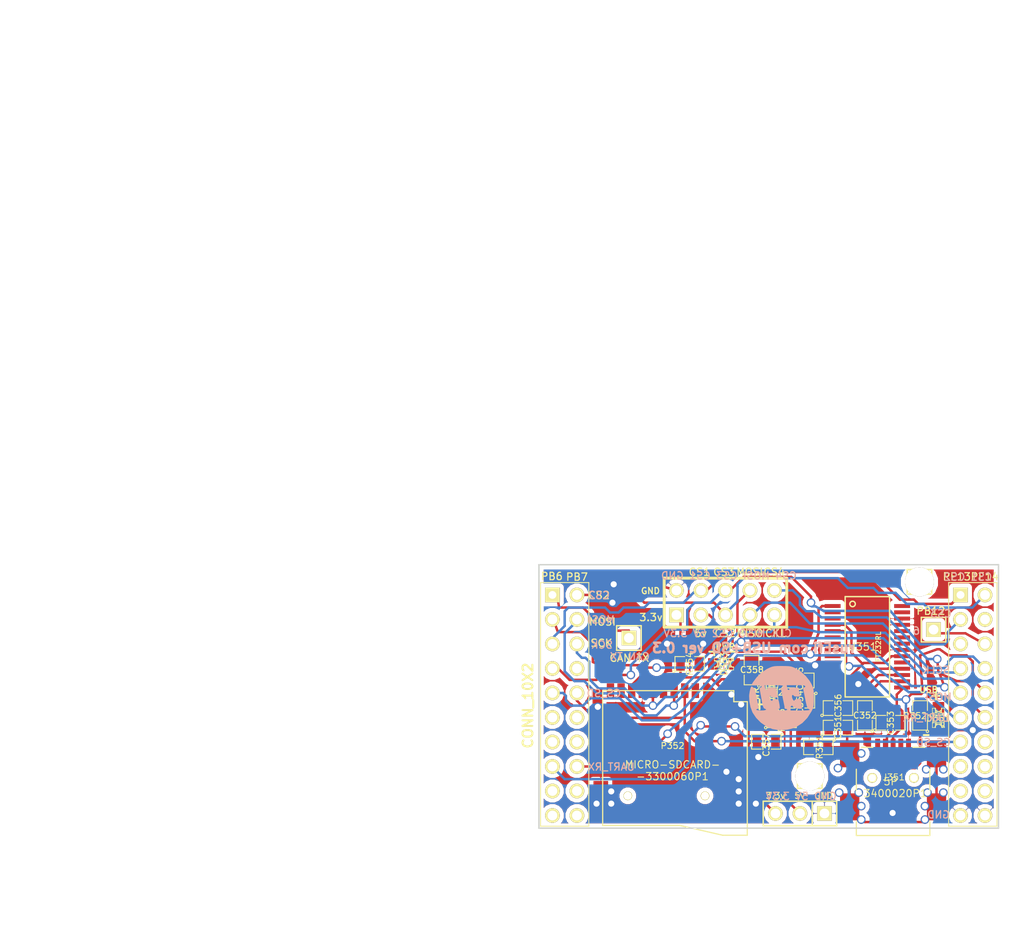
<source format=kicad_pcb>
(kicad_pcb (version 20221018) (generator pcbnew)
  (title_block (comment 2 "Art_Electro") (comment 3 "Art_Electro") (comment 4 "Art_Electro"))
  (layers (0 "F.Cu" signal) (31 "B.Cu" signal) (34 "B.Paste" user) (35 "F.Paste" user) (36 "B.SilkS" user) (37 "F.SilkS" user) (38 "B.Mask" user) (39 "F.Mask" user) (44 "Edge.Cuts" user))
  (net 0 "")
  (net 1 "/3.3V")
  (net 2 "/5V")
  (net 3 "/CAN_TX")
  (net 4 "/CS1")
  (net 5 "/CS2")
  (net 6 "/CS3")
  (net 7 "/CS4")
  (net 8 "/CS_SD_MODULE")
  (net 9 "/D+")
  (net 10 "/D-")
  (net 11 "/SPI_MISO")
  (net 12 "/SPI_MOSI")
  (net 13 "/SPI_SCK")
  (net 14 "/USART_RX")
  (net 15 "/USART_TX")
  (net 16 "GND")
  (net 17 "N-0000013")
  (net 18 "N-0000014")
  (net 19 "N-0000015")
  (net 20 "N-0000016")
  (net 21 "N-0000017")
  (net 22 "N-0000018")
  (net 23 "N-0000019")
  (net 24 "N-0000020")
  (net 25 "N-0000021")
  (net 26 "N-0000022")
  (net 27 "N-0000024")
  (net 28 "N-0000026")
  (net 29 "N-0000029")
  (net 30 "N-0000030")
  (net 31 "N-0000031")
  (net 32 "N-0000032")
  (net 33 "N-0000033")
  (net 34 "N-0000034")
  (net 35 "N-0000035")
  (net 36 "N-0000036")
  (net 37 "N-0000037")
  (net 38 "N-0000038")
  (net 39 "N-0000039")
  (net 40 "N-0000040")
  (net 41 "N-0000041")
  (net 42 "N-0000042")
  (net 43 "N-0000043")
  (net 44 "N-0000044")
  (net 45 "N-0000045")
  (net 46 "N-0000046")
  (net 47 "N-0000047")
  (net 48 "N-0000048")
  (net 49 "N-0000049")
  (net 50 "N-0000050")
  (net 51 "N-0000051")
  (net 52 "N-0000052")
  (net 53 "N-0000053")
  (net 54 "N-0000054")
  (net 55 "N-0000055")
  (net 56 "N-0000056")
  (net 57 "N-0000057")
  (net 58 "N-0000058")
  (net 59 "N-0000059")
  (footprint "SM0805" (layer "F.Cu") (at 207.391 168.656)
    (fp_text reference "C351")
    (fp_text value "4700pF" hide)
  )
  (footprint "SM0805" (layer "F.Cu") (at 210.185 167.386 90)
    (fp_text reference "C352")
    (fp_text value "47pF" hide)
  )
  (footprint "SM0805" (layer "F.Cu") (at 212.852 168.148)
    (fp_text reference "C353")
    (fp_text value "47pF" hide)
  )
  (footprint "SM0805" (layer "F.Cu") (at 203.454 165.862 180)
    (fp_text reference "C354")
    (fp_text value "4.7uF" hide)
  )
  (footprint "SM0805" (layer "F.Cu") (at 203.3905 163.7665)
    (fp_text reference "C355")
    (fp_text value ".1uF" hide)
  )
  (footprint "SM0805" (layer "F.Cu") (at 205.359 170.688 180)
    (fp_text reference "R351")
    (fp_text value "1M" hide)
  )
  (footprint "SM0805" (layer "F.Cu") (at 215.9 167.386 90)
    (fp_text reference "R352")
    (fp_text value "1k" hide)
  )
  (footprint "SM0805" (layer "F.Cu") (at 201.549 167.894)
    (fp_text reference "R353")
    (fp_text value "1k" hide)
  )
  (footprint "ssop-28" (layer "F.Cu") (at 210.439 160.274 -90)
    (fp_text reference "U351")
    (fp_text value "FT232RL")
  )
  (footprint "SM0805" (layer "F.Cu") (at 192.024 162.052)
    (fp_text reference "R354")
    (fp_text value "1k" hide)
  )
  (footprint "PIN_ARRAY_3_A" (layer "F.Cu") (at 203.454 177.546 180)
    (fp_text reference "K351" hide)
    (fp_text value "CONN_3" hide)
  )
  (footprint "PIN_ARRAY_1" (layer "F.Cu") (at 217.297 158.496)
    (fp_text reference "P355" hide)
    (fp_text value "CONN_1" hide)
  )
  (footprint "SM0805" (layer "F.Cu") (at 207.391 166.624)
    (fp_text reference "C356")
    (fp_text value ".1uF" hide)
  )
  (footprint "SM0805" (layer "F.Cu") (at 199.9615 170.1165 180)
    (fp_text reference "C357")
    (fp_text value ".1uF" hide)
  )
  (footprint "SM0805" (layer "F.Cu") (at 198.4375 162.687 90)
    (fp_text reference "C358")
    (fp_text value "4.7uF" hide)
  )
  (footprint "PIN_ARRAY_1" (layer "F.Cu") (at 185.7248 159.3596)
    (fp_text reference "P356" hide)
    (fp_text value "CONN_1" hide)
  )
  (footprint "PIN_ARRAY_1" (layer "F.Cu") (at 204.47 173.6725)
    (fp_text reference "M351" hide)
    (fp_text value "CONN_1" hide)
  )
  (footprint "PIN_ARRAY_1" (layer "F.Cu") (at 215.8365 153.543)
    (fp_text reference "M352" hide)
    (fp_text value "CONN_1" hide)
  )
  (footprint "LED-0805_A" (layer "F.Cu") (at 217.805 167.64 -90)
    (fp_text reference "D351")
    (fp_text value "GREEN" hide)
  )
  (footprint "LED-0805_A" (layer "F.Cu") (at 200.533 164.973 90)
    (fp_text reference "D352")
    (fp_text value "RED" hide)
  )
  (footprint "LED-0805_A" (layer "F.Cu") (at 195.58 162.052)
    (fp_text reference "D353")
    (fp_text value "RED" hide)
  )
  (footprint "PIN_ARRAY_5x2_M" (layer "F.Cu") (at 195.7324 155.702)
    (fp_text reference "P351" hide)
    (fp_text value "CONN_5X2" hide)
  )
  (footprint "PIN_ARRAY_10X2_M" (layer "F.Cu") (at 179.07 166.37 -90)
    (fp_text reference "P353" hide)
    (fp_text value "CONN_10X2")
  )
  (footprint "PIN_ARRAY_10X2_M" (layer "F.Cu") (at 221.361 166.37 -90)
    (fp_text reference "P354" hide)
    (fp_text value "CONN_10X2" hide)
  )
  (footprint "MINI-USB-5P-3400020P1" (layer "F.Cu") (at 213.106 175.26)
    (fp_text reference "J351")
    (fp_text value "MINI-USB-5P-3400020P1" hide)
  )
  (footprint "MICRO-SDCARD-CONNECTOR-3300060P1" (layer "F.Cu") (at 190.5 172.3136 -90)
    (fp_text reference "P352")
    (fp_text value "MICRO-SDCARD-CONNECTOR-3300060P1" hide)
  )
  (footprint "LOGO_F" (layer "B.Cu") (at 201.549 165.608)
    (fp_text reference "G305" hide)
    (fp_text value "LOGO" hide)
  )
  (gr_line (start 217.17 165.354) (end 217.932 165.354) (stroke (width 0.2)) (layer "F.SilkS"))
  (gr_line (start 196.215 160.782) (end 196.977 160.782) (stroke (width 0.2)) (layer "F.SilkS"))
  (gr_line (start 194.945 160.782) (end 195.072 160.782) (stroke (width 0.2)) (layer "F.SilkS"))
  (gr_line (start 217.551 165.735) (end 217.551 164.973) (stroke (width 0.2)) (layer "F.SilkS"))
  (gr_line (start 194.564 161.163) (end 194.564 160.274) (stroke (width 0.2)) (layer "F.SilkS"))
  (gr_line (start 194.056 160.782) (end 194.945 160.782) (stroke (width 0.2)) (layer "F.SilkS"))
  (gr_line (start 199.263 165.735) (end 199.263 166.751) (stroke (width 0.2)) (layer "F.SilkS"))
  (gr_line (start 200.152 162.814) (end 200.787 162.814) (stroke (width 0.2)) (layer "F.SilkS"))
  (gr_line (start 198.882 166.243) (end 199.644 166.243) (stroke (width 0.2)) (layer "F.SilkS"))
  (gr_line (start 216.789 169.418) (end 216.281 169.418) (stroke (width 0.2)) (layer "F.SilkS"))
  (gr_line (start 176.403 151.765) (end 176.403 179.07) (stroke (width 0.15)) (layer "Edge.Cuts"))
  (gr_line (start 176.403 179.07) (end 224.028 179.07) (stroke (width 0.15)) (layer "Edge.Cuts"))
  (gr_line (start 224.028 179.07) (end 224.028 151.765) (stroke (width 0.15)) (layer "Edge.Cuts"))
  (gr_line (start 224.028 151.765) (end 176.403 151.765) (stroke (width 0.15)) (layer "Edge.Cuts"))
  (gr_text "UART_RX" (at 216.535 167.64) (layer "B.SilkS") (effects (font (size 0.762 0.762) (thickness 0.127)) (justify mirror)))
  (gr_text "MOSI" (at 217.805 165.481) (layer "B.SilkS") (effects (font (size 0.762 0.762) (thickness 0.127)) (justify mirror)))
  (gr_text "CS2" (at 182.626 154.94) (layer "B.SilkS") (effects (font (size 0.762 0.762) (thickness 0.127)) (justify mirror)))
  (gr_text "GND" (at 217.805 177.673) (layer "B.SilkS") (effects (font (size 0.762 0.762) (thickness 0.127)) (justify mirror)))
  (gr_text "rusEfi.com USB+SD ver 0.3" (at 198.628 160.401) (layer "B.SilkS") (effects (font (size 1 1) (thickness 0.25)) (justify mirror)))
  (gr_text "CS_SD" (at 217.297 170.18) (layer "B.SilkS") (effects (font (size 0.762 0.762) (thickness 0.127)) (justify mirror)))
  (gr_text "CS3" (at 218.059 156.845) (layer "B.SilkS") (effects (font (size 0.762 0.762) (thickness 0.127)) (justify mirror)))
  (gr_text "MOSI" (at 182.88 157.48) (layer "B.SilkS") (effects (font (size 0.762 0.762) (thickness 0.127)) (justify mirror)))
  (gr_text "GND 5V 3.3V" (at 203.581 175.768) (layer "B.SilkS") (effects (font (size 0.762 0.762) (thickness 0.127)) (justify mirror)))
  (gr_text "UART_RX" (at 183.896 172.72) (layer "B.SilkS") (effects (font (size 0.762 0.762) (thickness 0.127)) (justify mirror)))
  (gr_text "CLK MISO CS2 5V 3.3V" (at 195.961 158.877) (layer "B.SilkS") (effects (font (size 0.762 0.762) (thickness 0.127)) (justify mirror)))
  (gr_text "CS1 CS2" (at 220.853 153.035) (layer "B.SilkS") (effects (font (size 0.762 0.762) (thickness 0.127)) (justify mirror)))
  (gr_text "SCLK" (at 217.551 162.687) (layer "B.SilkS") (effects (font (size 0.762 0.762) (thickness 0.127)) (justify mirror)))
  (gr_text "CS4 MOSI CS3 CS1 GND" (at 196.088 152.908) (layer "B.SilkS") (effects (font (size 0.762 0.762) (thickness 0.127)) (justify mirror)))
  (gr_text "CAN TX" (at 185.8264 161.29) (layer "B.SilkS") (effects (font (size 0.762 0.762) (thickness 0.127)) (justify mirror)))
  (gr_text "CS_SD" (at 183.134 165.1) (layer "B.SilkS") (effects (font (size 0.762 0.762) (thickness 0.127)) (justify mirror)))
  (gr_text "6" (at 215.519 158.623) (layer "B.SilkS") (effects (font (size 0.762 0.762) (thickness 0.127)) (justify mirror)))
  (gr_text "SCK" (at 182.9308 160.0708) (layer "B.SilkS") (effects (font (size 0.762 0.762) (thickness 0.125095)) (justify mirror)))
  (gr_text "MICRO-SDCARD-\n-3300060P1" (at 190.246 173.101) (layer "F.SilkS") (effects (font (size 0.762 0.762) (thickness 0.1016))))
  (gr_text "3.3v" (at 188.0108 157.226) (layer "F.SilkS") (effects (font (size 0.762 0.762) (thickness 0.125095))))
  (gr_text "PB12" (at 217.0176 156.5656) (layer "F.SilkS") (effects (font (size 0.762 0.762) (thickness 0.125095))))
  (gr_text "CS4" (at 200.787 152.527) (layer "F.SilkS") (effects (font (size 0.762 0.762) (thickness 0.125095))))
  (gr_text "PB7" (at 180.34 153.035) (layer "F.SilkS") (effects (font (size 0.762 0.762) (thickness 0.125095))))
  (gr_text "PWR" (at 198.882 165.481 90) (layer "F.SilkS") (effects (font (size 0.635 0.635) (thickness 0.125095))))
  (gr_text "USB" (at 216.789 164.719) (layer "F.SilkS") (effects (font (size 0.635 0.635) (thickness 0.125095))))
  (gr_text "MOSI" (at 198.247 152.527) (layer "F.SilkS") (effects (font (size 0.762 0.762) (thickness 0.125095))))
  (gr_text "PE14" (at 222.6056 153.0096) (layer "F.SilkS") (effects (font (size 0.762 0.762) (thickness 0.125095))))
  (gr_text "GND" (at 187.96 154.4828) (layer "F.SilkS") (effects (font (size 0.635 0.635) (thickness 0.125095))))
  (gr_text "5P\n-3400020P1" (at 212.852 174.8536) (layer "F.SilkS") (effects (font (size 0.762 0.762) (thickness 0.1016))))
  (gr_text "CKL" (at 200.914 158.877) (layer "F.SilkS") (effects (font (size 0.762 0.762) (thickness 0.125095))))
  (gr_text "PE13" (at 219.71 153.0096) (layer "F.SilkS") (effects (font (size 0.762 0.762) (thickness 0.125095))))
  (gr_text "CS2" (at 182.626 154.94) (layer "F.SilkS") (effects (font (size 0.762 0.762) (thickness 0.127))))
  (gr_text "PWR" (at 195.707 160.274) (layer "F.SilkS") (effects (font (size 0.635 0.635) (thickness 0.125095))))
  (gr_text "PB6" (at 177.7365 152.9715) (layer "F.SilkS") (effects (font (size 0.762 0.762) (thickness 0.125095))))
  (gr_text "CS3" (at 195.58 152.527) (layer "F.SilkS") (effects (font (size 0.762 0.762) (thickness 0.125095))))
  (gr_text "MISO" (at 198.247 158.877) (layer "F.SilkS") (effects (font (size 0.762 0.762) (thickness 0.125095))))
  (gr_text "MOSI" (at 182.9816 157.6832) (layer "F.SilkS") (effects (font (size 0.762 0.762) (thickness 0.125095))))
  (gr_text "SCK" (at 182.88 159.893) (layer "F.SilkS") (effects (font (size 0.762 0.762) (thickness 0.127))))
  (gr_text "3.3v  5v  GND" (at 203.3905 175.7045) (layer "F.SilkS") (effects (font (size 0.635 0.635) (thickness 0.1016))))
  (gr_text "CAN TX" (at 185.7756 161.4424) (layer "F.SilkS") (effects (font (size 0.762 0.762) (thickness 0.125095))))
  (gr_text "CS2" (at 195.707 158.877) (layer "F.SilkS") (effects (font (size 0.762 0.762) (thickness 0.125095))))
  (gr_text "5v" (at 193.167 158.877) (layer "F.SilkS") (effects (font (size 0.762 0.762) (thickness 0.125095))))
  (gr_text "CS1" (at 193.04 152.527) (layer "F.SilkS") (effects (font (size 0.762 0.762) (thickness 0.125095))))
  (segment (start 194.183 163.449) (end 194.84975 164.11575) (width 0.254) (layer "F.Cu") (net 1))
  (segment (start 195.453 165.862) (end 196.977 167.386) (width 0.254) (layer "F.Cu") (net 1))
  (segment (start 196.977 167.386) (end 198.12 168.529) (width 0.254) (layer "F.Cu") (net 1))
  (segment (start 198.12 168.529) (end 198.12 170.3705) (width 0.254) (layer "F.Cu") (net 1))
  (segment (start 190.5635 163.449) (end 190.627 163.449) (width 0.254) (layer "F.Cu") (net 1))
  (segment (start 190.627 163.449) (end 191.135 163.449) (width 0.254) (layer "F.Cu") (net 1))
  (segment (start 189.865 163.449) (end 189.314 164) (width 0.254) (layer "F.Cu") (net 1))
  (segment (start 189.314 164) (end 189.314 164.846) (width 0.254) (layer "F.Cu") (net 1))
  (segment (start 191.0715 163.449) (end 191.135 163.449) (width 0.254) (layer "F.Cu") (net 1))
  (segment (start 191.135 163.449) (end 194.183 163.449) (width 0.254) (layer "F.Cu") (net 1))
  (segment (start 191.0715 157.4165) (end 190.627 156.972) (width 0.254) (layer "F.Cu") (net 1))
  (segment (start 198.374 170.1165) (end 198.12 170.3705) (width 0.254) (layer "F.Cu") (net 1))
  (segment (start 198.12 170.3705) (end 198.12 172.466) (width 0.254) (layer "F.Cu") (net 1))
  (segment (start 195.326 163.6395) (end 194.84975 164.11575) (width 0.254) (layer "F.Cu") (net 1))
  (segment (start 194.84975 164.11575) (end 195.453 164.719) (width 0.254) (layer "F.Cu") (net 1))
  (segment (start 198.12 173.482) (end 198.374 173.736) (width 0.254) (layer "F.Cu") (net 1))
  (segment (start 198.374 173.736) (end 199.1995 173.736) (width 0.254) (layer "F.Cu") (net 1))
  (segment (start 199.1995 173.736) (end 199.644 174.1805) (width 0.254) (layer "F.Cu") (net 1))
  (segment (start 199.644 174.1805) (end 199.644 176.276) (width 0.254) (layer "F.Cu") (net 1))
  (segment (start 199.644 176.276) (end 200.914 177.546) (width 0.254) (layer "F.Cu") (net 1))
  (segment (start 195.453 164.719) (end 195.453 165.862) (width 0.254) (layer "F.Cu") (net 1))
  (segment (start 190.5635 163.449) (end 189.865 163.449) (width 0.254) (layer "F.Cu") (net 1))
  (segment (start 191.0715 162.052) (end 191.0715 157.4165) (width 0.254) (layer "F.Cu") (net 1))
  (segment (start 199.009 170.1165) (end 198.374 170.1165) (width 0.254) (layer "F.Cu") (net 1))
  (segment (start 191.0715 162.052) (end 191.0715 163.449) (width 0.254) (layer "F.Cu") (net 1))
  (segment (start 198.12 172.466) (end 198.12 173.482) (width 0.254) (layer "F.Cu") (net 1))
  (segment (start 198.4375 163.6395) (end 195.326 163.6395) (width 0.254) (layer "F.Cu") (net 1))
  (segment (start 198.12 160.782) (end 197.739 160.782) (width 0.254) (layer "F.Cu") (net 2))
  (segment (start 198.628 160.782) (end 198.12 160.782) (width 0.254) (layer "F.Cu") (net 2))
  (segment (start 203.454 167.894) (end 204.4065 166.9415) (width 0.254) (layer "F.Cu") (net 2))
  (segment (start 204.4065 166.9415) (end 204.4065 165.862) (width 0.254) (layer "F.Cu") (net 2))
  (segment (start 208.534 164.592) (end 207.899 165.227) (width 0.254) (layer "F.Cu") (net 2))
  (segment (start 207.899 165.227) (end 205.0415 165.227) (width 0.254) (layer "F.Cu") (net 2))
  (segment (start 204.4065 165.862) (end 205.0415 165.227) (width 0.254) (layer "F.Cu") (net 2))
  (segment (start 194.056 156.972) (end 194.564 157.48) (width 0.254) (layer "F.Cu") (net 2))
  (segment (start 194.564 157.48) (end 194.564 157.988) (width 0.254) (layer "F.Cu") (net 2))
  (segment (start 194.564 157.988) (end 194.945 158.369) (width 0.254) (layer "F.Cu") (net 2))
  (segment (start 194.945 158.369) (end 195.961 158.369) (width 0.254) (layer "F.Cu") (net 2))
  (segment (start 195.961 158.369) (end 196.469 158.877) (width 0.254) (layer "F.Cu") (net 2))
  (segment (start 196.469 158.877) (end 196.469 160.274) (width 0.254) (layer "F.Cu") (net 2))
  (segment (start 196.469 160.274) (end 196.977 160.782) (width 0.254) (layer "F.Cu") (net 2))
  (segment (start 196.977 160.782) (end 197.739 160.782) (width 0.254) (layer "F.Cu") (net 2))
  (segment (start 204.4065 163.83) (end 204.343 163.7665) (width 0.254) (layer "F.Cu") (net 2))
  (segment (start 202.5015 171.7675) (end 201.549 172.72) (width 0.254) (layer "F.Cu") (net 2))
  (segment (start 201.549 172.72) (end 201.549 175.641) (width 0.254) (layer "F.Cu") (net 2))
  (segment (start 201.549 175.641) (end 203.454 177.546) (width 0.254) (layer "F.Cu") (net 2))
  (segment (start 201.7268 160.782) (end 204.343 163.3982) (width 0.254) (layer "F.Cu") (net 2))
  (segment (start 204.343 163.3982) (end 204.343 163.7665) (width 0.254) (layer "F.Cu") (net 2))
  (segment (start 208.534 163.4744) (end 209.9564 162.052) (width 0.254) (layer "F.Cu") (net 2))
  (segment (start 210.058 161.9504) (end 212.2424 161.9504) (width 0.254) (layer "F.Cu") (net 2))
  (segment (start 212.2424 161.9504) (end 212.94344 161.24936) (width 0.254) (layer "F.Cu") (net 2))
  (segment (start 212.94344 161.24936) (end 214.03818 161.24936) (width 0.254) (layer "F.Cu") (net 2))
  (segment (start 208.08696 157.99816) (end 208.788 158.6992) (width 0.254) (layer "F.Cu") (net 2))
  (segment (start 208.788 158.6992) (end 208.788 160.8836) (width 0.254) (layer "F.Cu") (net 2))
  (segment (start 208.788 160.8836) (end 209.9564 162.052) (width 0.254) (layer "F.Cu") (net 2))
  (segment (start 209.9564 162.052) (end 210.058 161.9504) (width 0.254) (layer "F.Cu") (net 2))
  (segment (start 198.628 160.782) (end 201.7268 160.782) (width 0.254) (layer "F.Cu") (net 2))
  (segment (start 202.5015 167.894) (end 203.454 167.894) (width 0.254) (layer "F.Cu") (net 2))
  (segment (start 204.4065 165.862) (end 204.4065 163.83) (width 0.254) (layer "F.Cu") (net 2))
  (segment (start 208.534 164.592) (end 208.534 163.4744) (width 0.254) (layer "F.Cu") (net 2))
  (segment (start 193.167 156.972) (end 194.056 156.972) (width 0.254) (layer "F.Cu") (net 2))
  (segment (start 206.83982 157.99816) (end 208.08696 157.99816) (width 0.254) (layer "F.Cu") (net 2))
  (segment (start 202.5015 167.894) (end 202.5015 171.7675) (width 0.254) (layer "F.Cu") (net 2))
  (segment (start 178.26736 154.89936) (end 178.4985 156.21) (width 0.254) (layer "F.Cu") (net 3))
  (segment (start 178.4985 156.21) (end 180.975 156.21) (width 0.254) (layer "F.Cu") (net 3))
  (segment (start 180.975 156.21) (end 181.61 156.845) (width 0.254) (layer "F.Cu") (net 3))
  (segment (start 181.61 156.845) (end 181.61 158.623) (width 0.254) (layer "F.Cu") (net 3))
  (segment (start 181.61 158.623) (end 185.7248 158.5976) (width 0.254) (layer "F.Cu") (net 3))
  (segment (start 185.7248 158.5976) (end 185.7248 159.3596) (width 0.254) (layer "F.Cu") (net 3))
  (segment (start 177.8 154.89936) (end 178.26736 154.89936) (width 0.254) (layer "F.Cu") (net 3))
  (segment (start 193.802 154.432) (end 195.707 152.527) (width 0.254) (layer "F.Cu") (net 4))
  (segment (start 195.707 152.527) (end 210.947 152.527) (width 0.254) (layer "F.Cu") (net 4))
  (segment (start 212.1535 153.7335) (end 213.8045 155.3845) (width 0.254) (layer "F.Cu") (net 4))
  (segment (start 213.8045 155.3845) (end 215.265 155.3845) (width 0.254) (layer "F.Cu") (net 4))
  (segment (start 215.265 155.3845) (end 215.7095 155.829) (width 0.254) (layer "F.Cu") (net 4))
  (segment (start 215.7095 155.829) (end 219.16136 155.829) (width 0.254) (layer "F.Cu") (net 4))
  (segment (start 219.16136 155.829) (end 220.091 154.89936) (width 0.254) (layer "F.Cu") (net 4))
  (segment (start 210.947 152.527) (end 212.1535 153.7335) (width 0.254) (layer "F.Cu") (net 4))
  (segment (start 193.167 154.432) (end 193.802 154.432) (width 0.254) (layer "F.Cu") (net 4))
  (segment (start 193.802 154.559) (end 193.167 154.559) (width 0.254) (layer "F.Cu") (net 4))
  (segment (start 177.8 159.385) (end 179.07 158.115) (width 0.254) (layer "B.Cu") (net 4))
  (segment (start 179.07 156.591) (end 179.451 156.21) (width 0.254) (layer "B.Cu") (net 4))
  (segment (start 183.261 156.21) (end 183.769 156.718) (width 0.254) (layer "B.Cu") (net 4))
  (segment (start 183.769 156.718) (end 184.658 156.718) (width 0.254) (layer "B.Cu") (net 4))
  (segment (start 184.658 156.718) (end 185.166 156.21) (width 0.254) (layer "B.Cu") (net 4))
  (segment (start 185.166 156.21) (end 187.325 156.21) (width 0.254) (layer "B.Cu") (net 4))
  (segment (start 192.659 154.432) (end 191.389 155.702) (width 0.254) (layer "B.Cu") (net 4))
  (segment (start 191.389 155.702) (end 187.833 155.702) (width 0.254) (layer "B.Cu") (net 4))
  (segment (start 187.833 155.702) (end 187.325 156.21) (width 0.254) (layer "B.Cu") (net 4))
  (segment (start 177.8 159.385) (end 177.8 159.97936) (width 0.254) (layer "B.Cu") (net 4))
  (segment (start 179.07 158.115) (end 179.07 156.591) (width 0.254) (layer "B.Cu") (net 4))
  (segment (start 193.167 154.432) (end 192.659 154.432) (width 0.254) (layer "B.Cu") (net 4))
  (segment (start 179.451 156.21) (end 183.261 156.21) (width 0.254) (layer "B.Cu") (net 4))
  (segment (start 186.52236 154.89936) (end 187.325 155.702) (width 0.254) (layer "F.Cu") (net 5))
  (segment (start 187.325 155.702) (end 194.564 155.702) (width 0.254) (layer "F.Cu") (net 5))
  (segment (start 194.564 155.702) (end 195.707 156.972) (width 0.254) (layer "F.Cu") (net 5))
  (segment (start 180.34 154.89936) (end 186.52236 154.89936) (width 0.254) (layer "F.Cu") (net 5))
  (segment (start 195.707 156.845) (end 196.977 155.575) (width 0.254) (layer "B.Cu") (net 5))
  (segment (start 196.977 155.575) (end 196.977 154.051) (width 0.254) (layer "B.Cu") (net 5))
  (segment (start 196.977 154.051) (end 196.977 154.000202) (width 0.254) (layer "B.Cu") (net 5))
  (segment (start 196.977 153.797) (end 197.612 153.162) (width 0.254) (layer "B.Cu") (net 5))
  (segment (start 197.612 153.162) (end 207.391 153.162) (width 0.254) (layer "B.Cu") (net 5))
  (segment (start 207.391 153.162) (end 208.407 154.178) (width 0.254) (layer "B.Cu") (net 5))
  (segment (start 208.407 154.178) (end 211.074 154.178) (width 0.254) (layer "B.Cu") (net 5))
  (segment (start 211.074 154.178) (end 211.582 154.686) (width 0.254) (layer "B.Cu") (net 5))
  (segment (start 211.582 154.686) (end 213.36 154.686) (width 0.254) (layer "B.Cu") (net 5))
  (segment (start 213.36 154.686) (end 214.503 155.829) (width 0.254) (layer "B.Cu") (net 5))
  (segment (start 214.503 155.829) (end 216.281 155.829) (width 0.254) (layer "B.Cu") (net 5))
  (segment (start 216.281 155.829) (end 216.662 156.21) (width 0.254) (layer "B.Cu") (net 5))
  (segment (start 216.662 156.21) (end 221.32036 156.21) (width 0.254) (layer "B.Cu") (net 5))
  (segment (start 221.32036 156.21) (end 222.631 154.89936) (width 0.254) (layer "B.Cu") (net 5))
  (segment (start 196.977 154.051) (end 196.977 153.797) (width 0.254) (layer "B.Cu") (net 5))
  (segment (start 195.707 156.972) (end 195.707 156.845) (width 0.254) (layer "B.Cu") (net 5))
  (segment (start 204.346 155.702) (end 204.597 155.702) (width 0.254) (layer "F.Cu") (net 6))
  (segment (start 178.39436 162.51936) (end 179.578 163.703) (width 0.254) (layer "F.Cu") (net 6))
  (segment (start 179.578 163.703) (end 182.372 163.703) (width 0.254) (layer "F.Cu") (net 6))
  (segment (start 182.372 163.703) (end 182.88 163.195) (width 0.254) (layer "F.Cu") (net 6))
  (segment (start 182.88 163.195) (end 185.928 163.195) (width 0.254) (layer "F.Cu") (net 6))
  (segment (start 196.215 154.432) (end 197.612 153.035) (width 0.254) (layer "F.Cu") (net 6))
  (segment (start 197.612 153.035) (end 201.422 153.035) (width 0.254) (layer "F.Cu") (net 6))
  (segment (start 202.565 153.035) (end 204.597 155.067) (width 0.254) (layer "F.Cu") (net 6))
  (segment (start 204.597 155.067) (end 204.597 155.702) (width 0.254) (layer "F.Cu") (net 6))
  (segment (start 201.422 153.035) (end 202.565 153.035) (width 0.254) (layer "F.Cu") (net 6))
  (segment (start 195.707 154.432) (end 196.215 154.432) (width 0.254) (layer "F.Cu") (net 6))
  (segment (start 177.8 162.51936) (end 178.39436 162.51936) (width 0.254) (layer "F.Cu") (net 6))
  (via (at 185.928 163.195) (size 0.889) (drill 0.635) (layers "F.Cu" "B.Cu") (net 6))
  (via (at 204.597 155.702) (size 0.889) (drill 0.635) (layers "F.Cu" "B.Cu") (net 6))
  (segment (start 204.292202 155.702) (end 204.673202 156.083) (width 0.254) (layer "B.Cu") (net 6))
  (segment (start 204.673202 156.083) (end 205.054202 156.083) (width 0.254) (layer "B.Cu") (net 6))
  (segment (start 205.054202 156.083) (end 205.905101 156.552899) (width 0.254) (layer "B.Cu") (net 6))
  (segment (start 205.905101 156.552899) (end 205.943202 156.591) (width 0.254) (layer "B.Cu") (net 6))
  (segment (start 212.813899 156.552899) (end 215.9 160.02) (width 0.254) (layer "B.Cu") (net 6))
  (segment (start 215.9 160.02) (end 218.44 160.02) (width 0.254) (layer "B.Cu") (net 6))
  (segment (start 218.44 160.02) (end 218.821 159.639) (width 0.254) (layer "B.Cu") (net 6))
  (segment (start 218.821 159.639) (end 218.821 158.70936) (width 0.254) (layer "B.Cu") (net 6))
  (segment (start 218.821 158.70936) (end 220.091 157.43936) (width 0.254) (layer "B.Cu") (net 6))
  (segment (start 195.453 154.432) (end 194.183 155.702) (width 0.254) (layer "B.Cu") (net 6))
  (segment (start 194.183 155.702) (end 192.532 155.702) (width 0.254) (layer "B.Cu") (net 6))
  (segment (start 192.532 155.702) (end 191.77 156.464) (width 0.254) (layer "B.Cu") (net 6))
  (segment (start 191.77 156.464) (end 191.77 158.496) (width 0.254) (layer "B.Cu") (net 6))
  (segment (start 189.611 158.496) (end 185.928 162.179) (width 0.254) (layer "B.Cu") (net 6))
  (segment (start 185.928 162.179) (end 185.928 163.195) (width 0.254) (layer "B.Cu") (net 6))
  (segment (start 191.77 158.496) (end 189.611 158.496) (width 0.254) (layer "B.Cu") (net 6))
  (segment (start 205.905101 156.552899) (end 212.813899 156.552899) (width 0.254) (layer "B.Cu") (net 6))
  (segment (start 204.597 155.702) (end 204.292202 155.702) (width 0.254) (layer "B.Cu") (net 6))
  (segment (start 195.453 154.432) (end 195.707 154.432) (width 0.254) (layer "B.Cu") (net 6))
  (segment (start 220.726 163.83) (end 221.361 164.465) (width 0.254) (layer "F.Cu") (net 7))
  (segment (start 221.361 164.465) (end 221.361 166.32936) (width 0.254) (layer "F.Cu") (net 7))
  (segment (start 221.361 166.32936) (end 222.631 167.59936) (width 0.254) (layer "F.Cu") (net 7))
  (segment (start 219.71 163.83) (end 220.726 163.83) (width 0.254) (layer "F.Cu") (net 7))
  (segment (start 217.678 161.544) (end 217.805 162.941) (width 0.254) (layer "F.Cu") (net 7))
  (segment (start 218.44 164.465) (end 217.932 163.068) (width 0.254) (layer "F.Cu") (net 7))
  (segment (start 217.8685 163.0045) (end 219.71 163.83) (width 0.254) (layer "F.Cu") (net 7))
  (via (at 217.678 161.544) (size 0.889) (drill 0.635) (layers "F.Cu" "B.Cu") (net 7))
  (via (at 218.44 164.465) (size 0.889) (drill 0.635) (layers "F.Cu" "B.Cu") (net 7))
  (segment (start 212.471 157.226) (end 216.662 161.544) (width 0.254) (layer "B.Cu") (net 7))
  (segment (start 216.662 161.544) (end 217.678 161.544) (width 0.254) (layer "B.Cu") (net 7))
  (segment (start 178.90236 165.05936) (end 179.197 165.354) (width 0.254) (layer "B.Cu") (net 7))
  (segment (start 179.197 165.354) (end 179.197 165.862) (width 0.254) (layer "B.Cu") (net 7))
  (segment (start 179.197 165.862) (end 179.705 166.37) (width 0.254) (layer "B.Cu") (net 7))
  (segment (start 179.705 166.37) (end 180.975 166.37) (width 0.254) (layer "B.Cu") (net 7))
  (segment (start 180.975 166.37) (end 181.737 165.608) (width 0.254) (layer "B.Cu") (net 7))
  (segment (start 181.737 165.608) (end 184.785 165.608) (width 0.254) (layer "B.Cu") (net 7))
  (segment (start 184.785 165.608) (end 187.071 167.894) (width 0.254) (layer "B.Cu") (net 7))
  (segment (start 187.071 167.894) (end 189.865 167.894) (width 0.254) (layer "B.Cu") (net 7))
  (segment (start 189.865 167.894) (end 191.262 166.878) (width 0.254) (layer "B.Cu") (net 7))
  (segment (start 191.262 166.878) (end 196.723 160.655) (width 0.254) (layer "B.Cu") (net 7))
  (segment (start 196.723 160.655) (end 197.815202 160.655) (width 0.254) (layer "B.Cu") (net 7))
  (segment (start 197.815202 160.655) (end 198.577202 160.147) (width 0.254) (layer "B.Cu") (net 7))
  (segment (start 198.577202 160.147) (end 205.994 160.147) (width 0.254) (layer "B.Cu") (net 7))
  (segment (start 210.439 160.147) (end 214.999418 164.338) (width 0.254) (layer "B.Cu") (net 7))
  (segment (start 214.999418 164.338) (end 216.408 164.338) (width 0.254) (layer "B.Cu") (net 7))
  (segment (start 218.313 164.338) (end 218.44 164.465) (width 0.254) (layer "B.Cu") (net 7))
  (segment (start 205.67762 157.226) (end 204.91562 156.591) (width 0.254) (layer "B.Cu") (net 7))
  (segment (start 202.692 154.432) (end 203.454 155.194) (width 0.254) (layer "B.Cu") (net 7))
  (segment (start 203.454 155.194) (end 203.454 155.956) (width 0.254) (layer "B.Cu") (net 7))
  (segment (start 203.454 155.956) (end 204.089 156.591) (width 0.254) (layer "B.Cu") (net 7))
  (segment (start 204.089 156.591) (end 204.91562 156.591) (width 0.254) (layer "B.Cu") (net 7))
  (segment (start 205.994 160.147) (end 210.439 160.147) (width 0.254) (layer "B.Cu") (net 7))
  (segment (start 177.8 165.05936) (end 178.90236 165.05936) (width 0.254) (layer "B.Cu") (net 7))
  (segment (start 212.471 157.226) (end 205.67762 157.226) (width 0.254) (layer "B.Cu") (net 7))
  (segment (start 200.787 154.432) (end 202.692 154.432) (width 0.254) (layer "B.Cu") (net 7))
  (segment (start 216.408 164.338) (end 218.313 164.338) (width 0.254) (layer "B.Cu") (net 7))
  (segment (start 180.34 165.862) (end 182.116 167.638) (width 0.254) (layer "F.Cu") (net 8))
  (segment (start 182.116 167.638) (end 191.514 167.638) (width 0.254) (layer "F.Cu") (net 8))
  (segment (start 191.514 169.035) (end 192.532 170.053) (width 0.254) (layer "F.Cu") (net 8))
  (segment (start 192.532 170.053) (end 195.326 170.053) (width 0.254) (layer "F.Cu") (net 8))
  (segment (start 191.514 167.638) (end 191.514 169.035) (width 0.254) (layer "F.Cu") (net 8))
  (segment (start 191.514 164.846) (end 191.514 167.638) (width 0.254) (layer "F.Cu") (net 8))
  (segment (start 180.34 165.05936) (end 180.34 165.862) (width 0.254) (layer "F.Cu") (net 8))
  (via (at 195.326 170.053) (size 0.889) (drill 0.635) (layers "F.Cu" "B.Cu") (net 8))
  (segment (start 195.326 170.053) (end 220.091 170.1394) (width 0.254) (layer "B.Cu") (net 8))
  (segment (start 214.0585 168.604082) (end 213.106 169.556582) (width 0.254) (layer "F.Cu") (net 9))
  (segment (start 213.106 169.556582) (end 213.106 171.069) (width 0.254) (layer "F.Cu") (net 9))
  (segment (start 214.03818 164.67582) (end 213.487 165.227) (width 0.254) (layer "F.Cu") (net 9))
  (segment (start 213.487 165.227) (end 213.487 166.37) (width 0.254) (layer "F.Cu") (net 9))
  (segment (start 213.487 166.37) (end 214.0585 166.9415) (width 0.254) (layer "F.Cu") (net 9))
  (segment (start 214.0585 166.9415) (end 214.0585 168.148) (width 0.254) (layer "F.Cu") (net 9))
  (segment (start 214.0585 168.148) (end 214.0585 168.604082) (width 0.254) (layer "F.Cu") (net 9))
  (segment (start 214.03818 164.49802) (end 214.03818 164.67582) (width 0.254) (layer "F.Cu") (net 9))
  (segment (start 210.185 165.481) (end 211.81822 163.84778) (width 0.254) (layer "F.Cu") (net 10))
  (segment (start 211.81822 163.84778) (end 214.03818 163.84778) (width 0.254) (layer "F.Cu") (net 10))
  (segment (start 212.5345 166.4335) (end 212.852 166.751) (width 0.254) (layer "F.Cu") (net 10))
  (segment (start 212.852 166.751) (end 212.852 169.164) (width 0.254) (layer "F.Cu") (net 10))
  (segment (start 212.852 169.164) (end 212.471 169.545) (width 0.254) (layer "F.Cu") (net 10))
  (segment (start 212.471 169.545) (end 212.471 170.904) (width 0.254) (layer "F.Cu") (net 10))
  (segment (start 212.471 170.904) (end 212.306 171.069) (width 0.254) (layer "F.Cu") (net 10))
  (segment (start 210.185 166.4335) (end 212.5345 166.4335) (width 0.254) (layer "F.Cu") (net 10))
  (segment (start 210.185 166.4335) (end 210.185 165.481) (width 0.254) (layer "F.Cu") (net 10))
  (segment (start 177.88636 157.43936) (end 178.3715 158.75) (width 0.254) (layer "F.Cu") (net 11))
  (segment (start 178.3715 158.75) (end 180.721 158.75) (width 0.254) (layer "F.Cu") (net 11))
  (segment (start 180.721 158.75) (end 181.991 160.02) (width 0.254) (layer "F.Cu") (net 11))
  (segment (start 186.014 164.252) (end 187.198 163.068) (width 0.254) (layer "F.Cu") (net 11))
  (segment (start 187.198 163.068) (end 187.198 162.433) (width 0.254) (layer "F.Cu") (net 11))
  (segment (start 187.452 162.433) (end 187.198 162.433) (width 0.254) (layer "F.Cu") (net 11))
  (segment (start 181.991 161.848798) (end 182.88 162.229798) (width 0.254) (layer "F.Cu") (net 11))
  (segment (start 182.88 162.229798) (end 184.734202 162.229798) (width 0.254) (layer "F.Cu") (net 11))
  (segment (start 184.734202 162.229798) (end 185.293 162.179) (width 0.254) (layer "F.Cu") (net 11))
  (segment (start 185.293 162.179) (end 186.944 162.179) (width 0.254) (layer "F.Cu") (net 11))
  (segment (start 186.944 162.179) (end 187.198 162.433) (width 0.254) (layer "F.Cu") (net 11))
  (segment (start 181.991 160.02) (end 181.991 161.848798) (width 0.254) (layer "F.Cu") (net 11))
  (segment (start 186.014 164.846) (end 186.014 164.252) (width 0.254) (layer "F.Cu") (net 11))
  (segment (start 188.595 162.433) (end 187.452 162.433) (width 0.254) (layer "F.Cu") (net 11))
  (via (at 188.595 162.433) (size 0.889) (drill 0.635) (layers "F.Cu" "B.Cu") (net 11))
  (segment (start 198.247 157.48) (end 197.612 158.115) (width 0.254) (layer "B.Cu") (net 11))
  (segment (start 197.612 158.115) (end 196.85 158.115) (width 0.254) (layer "B.Cu") (net 11))
  (segment (start 196.85 158.115) (end 192.532 162.433) (width 0.254) (layer "B.Cu") (net 11))
  (segment (start 192.532 162.433) (end 188.595 162.433) (width 0.254) (layer "B.Cu") (net 11))
  (segment (start 198.501 156.972) (end 199.771 155.702) (width 0.254) (layer "B.Cu") (net 11))
  (segment (start 199.771 155.702) (end 201.803 155.702) (width 0.254) (layer "B.Cu") (net 11))
  (segment (start 202.438 155.702) (end 204.47 157.861) (width 0.254) (layer "B.Cu") (net 11))
  (segment (start 204.47 157.861) (end 212.039202 157.861) (width 0.254) (layer "B.Cu") (net 11))
  (segment (start 212.039202 157.861) (end 216.789 162.483798) (width 0.254) (layer "B.Cu") (net 11))
  (segment (start 216.789 162.483798) (end 218.389202 162.483798) (width 0.254) (layer "B.Cu") (net 11))
  (segment (start 218.389202 162.483798) (end 218.821 162.052) (width 0.254) (layer "B.Cu") (net 11))
  (segment (start 218.821 162.052) (end 218.821 161.798) (width 0.254) (layer "B.Cu") (net 11))
  (segment (start 218.821 161.798) (end 219.329 161.29) (width 0.254) (layer "B.Cu") (net 11))
  (segment (start 219.329 161.29) (end 221.40164 161.29) (width 0.254) (layer "B.Cu") (net 11))
  (segment (start 221.40164 161.29) (end 222.631 162.51936) (width 0.254) (layer "B.Cu") (net 11))
  (segment (start 201.803 155.702) (end 202.438 155.702) (width 0.254) (layer "B.Cu") (net 11))
  (segment (start 198.247 156.972) (end 198.501 156.972) (width 0.254) (layer "B.Cu") (net 11))
  (segment (start 198.247 156.972) (end 198.247 157.48) (width 0.254) (layer "B.Cu") (net 11))
  (segment (start 197.358 159.258) (end 196.977 158.877) (width 0.254) (layer "F.Cu") (net 12))
  (segment (start 196.977 158.877) (end 196.977 155.702) (width 0.254) (layer "F.Cu") (net 12))
  (segment (start 196.977 155.702) (end 198.247 154.432) (width 0.254) (layer "F.Cu") (net 12))
  (segment (start 190.414 165.7658) (end 190.373 166.37) (width 0.254) (layer "F.Cu") (net 12))
  (segment (start 190.414 165.608) (end 190.414 165.7658) (width 0.254) (layer "F.Cu") (net 12))
  (segment (start 190.414 164.846) (end 190.414 165.481) (width 0.254) (layer "F.Cu") (net 12))
  (segment (start 197.358 159.766) (end 197.358 159.258) (width 0.254) (layer "F.Cu") (net 12))
  (segment (start 190.414 165.481) (end 190.414 165.608) (width 0.254) (layer "F.Cu") (net 12))
  (via (at 190.373 166.37) (size 0.889) (drill 0.635) (layers "F.Cu" "B.Cu") (net 12))
  (via (at 197.358 159.766) (size 0.889) (drill 0.635) (layers "F.Cu" "B.Cu") (net 12))
  (segment (start 189.611 166.37) (end 188.595 167.386) (width 0.254) (layer "B.Cu") (net 12))
  (segment (start 188.595 167.386) (end 187.325 167.386) (width 0.254) (layer "B.Cu") (net 12))
  (segment (start 187.325 167.386) (end 185.039 165.1) (width 0.254) (layer "B.Cu") (net 12))
  (segment (start 185.039 165.1) (end 182.372 165.1) (width 0.254) (layer "B.Cu") (net 12))
  (segment (start 182.372 165.1) (end 181.102 163.83) (width 0.254) (layer "B.Cu") (net 12))
  (segment (start 181.102 163.83) (end 180.086 163.83) (width 0.254) (layer "B.Cu") (net 12))
  (segment (start 180.086 163.83) (end 179.07 162.814) (width 0.254) (layer "B.Cu") (net 12))
  (segment (start 179.07 158.877) (end 180.34 157.607) (width 0.254) (layer "B.Cu") (net 12))
  (segment (start 220.091 164.592) (end 219.075 163.576) (width 0.254) (layer "B.Cu") (net 12))
  (segment (start 219.075 163.576) (end 216.281 163.576) (width 0.254) (layer "B.Cu") (net 12))
  (segment (start 216.281 163.576) (end 212.09 159.385) (width 0.254) (layer "B.Cu") (net 12))
  (segment (start 212.09 159.385) (end 197.739 159.385) (width 0.254) (layer "B.Cu") (net 12))
  (segment (start 197.739 159.385) (end 197.358 159.766) (width 0.254) (layer "B.Cu") (net 12))
  (segment (start 190.373 166.243) (end 196.85 159.766) (width 0.254) (layer "B.Cu") (net 12))
  (segment (start 196.85 159.766) (end 197.358 159.766) (width 0.254) (layer "B.Cu") (net 12))
  (segment (start 190.373 166.37) (end 190.373 166.243) (width 0.254) (layer "B.Cu") (net 12))
  (segment (start 179.07 162.814) (end 179.07 158.877) (width 0.254) (layer "B.Cu") (net 12))
  (segment (start 190.373 166.37) (end 190.5 166.37) (width 0.254) (layer "B.Cu") (net 12))
  (segment (start 220.091 165.05936) (end 220.091 164.592) (width 0.254) (layer "B.Cu") (net 12))
  (segment (start 190.373 166.37) (end 189.611 166.37) (width 0.254) (layer "B.Cu") (net 12))
  (segment (start 188.214 165.7658) (end 188.214 166.37) (width 0.254) (layer "F.Cu") (net 13))
  (segment (start 188.214 164.846) (end 188.214 165.481) (width 0.254) (layer "F.Cu") (net 13))
  (segment (start 188.214 165.608) (end 188.214 165.7658) (width 0.254) (layer "F.Cu") (net 13))
  (segment (start 188.214 165.481) (end 188.214 165.608) (width 0.254) (layer "F.Cu") (net 13))
  (via (at 188.214 166.37) (size 0.889) (drill 0.635) (layers "F.Cu" "B.Cu") (net 13))
  (segment (start 180.34 160.909) (end 180.848 161.417) (width 0.254) (layer "B.Cu") (net 13))
  (segment (start 180.848 161.417) (end 181.229 161.417) (width 0.254) (layer "B.Cu") (net 13))
  (segment (start 181.229 161.417) (end 181.61 161.798) (width 0.254) (layer "B.Cu") (net 13))
  (segment (start 181.61 161.798) (end 181.61 163.626798) (width 0.254) (layer "B.Cu") (net 13))
  (segment (start 181.61 163.626798) (end 182.575202 164.592) (width 0.254) (layer "B.Cu") (net 13))
  (segment (start 182.575202 164.592) (end 185.293 164.592) (width 0.254) (layer "B.Cu") (net 13))
  (segment (start 185.293 164.592) (end 187.071 166.37) (width 0.254) (layer "B.Cu") (net 13))
  (segment (start 187.071 166.37) (end 188.214 166.37) (width 0.254) (layer "B.Cu") (net 13))
  (segment (start 205.359 158.75) (end 212.293202 158.826202) (width 0.254) (layer "B.Cu") (net 13))
  (segment (start 212.293202 158.826202) (end 216.408 162.941) (width 0.254) (layer "B.Cu") (net 13))
  (segment (start 216.408 162.941) (end 219.66936 162.941) (width 0.254) (layer "B.Cu") (net 13))
  (segment (start 220.091 162.51936) (end 219.66936 162.941) (width 0.254) (layer "B.Cu") (net 13))
  (segment (start 188.595 166.37) (end 189.484 165.481) (width 0.254) (layer "B.Cu") (net 13))
  (segment (start 189.484 165.481) (end 190.373 165.481) (width 0.254) (layer "B.Cu") (net 13))
  (segment (start 190.373 165.481) (end 197.104 158.75) (width 0.254) (layer "B.Cu") (net 13))
  (segment (start 197.104 158.75) (end 200.406 158.75) (width 0.254) (layer "B.Cu") (net 13))
  (segment (start 200.406 158.75) (end 200.787 158.369) (width 0.254) (layer "B.Cu") (net 13))
  (segment (start 200.787 158.369) (end 200.787 156.972) (width 0.254) (layer "B.Cu") (net 13))
  (segment (start 203.073 158.242) (end 200.787 158.267404) (width 0.254) (layer "B.Cu") (net 13))
  (segment (start 200.787 158.267404) (end 200.787 158.369) (width 0.254) (layer "B.Cu") (net 13))
  (segment (start 205.359 158.75) (end 203.073 158.242) (width 0.254) (layer "B.Cu") (net 13))
  (segment (start 188.214 166.37) (end 188.595 166.37) (width 0.254) (layer "B.Cu") (net 13))
  (segment (start 200.787 156.972) (end 200.775418 156.972) (width 0.254) (layer "B.Cu") (net 13))
  (segment (start 180.34 159.97936) (end 180.34 160.909) (width 0.254) (layer "B.Cu") (net 13))
  (segment (start 186.26836 172.67936) (end 189.738 169.33672) (width 0.254) (layer "F.Cu") (net 14))
  (segment (start 205.74762 156.04998) (end 205.3844 156.4132) (width 0.254) (layer "F.Cu") (net 14))
  (segment (start 205.3844 156.4132) (end 205.3844 158.8516) (width 0.254) (layer "F.Cu") (net 14))
  (segment (start 205.3844 158.8516) (end 204.5208 161.036) (width 0.254) (layer "F.Cu") (net 14))
  (segment (start 206.83982 156.04998) (end 205.74762 156.04998) (width 0.254) (layer "F.Cu") (net 14))
  (segment (start 180.34 172.67936) (end 186.26836 172.67936) (width 0.254) (layer "F.Cu") (net 14))
  (via (at 189.738 169.291) (size 0.889) (drill 0.635) (layers "F.Cu" "B.Cu") (net 14))
  (via (at 204.5208 161.036) (size 0.889) (drill 0.635) (layers "F.Cu" "B.Cu") (net 14))
  (segment (start 204.216 161.163002) (end 203.835 161.163) (width 0.254) (layer "B.Cu") (net 14))
  (segment (start 203.835 161.163) (end 209.931 161.163) (width 0.254) (layer "B.Cu") (net 14))
  (segment (start 209.931 161.163) (end 211.836 162.814) (width 0.254) (layer "B.Cu") (net 14))
  (segment (start 219.41536 167.59936) (end 216.535 164.973) (width 0.254) (layer "B.Cu") (net 14))
  (segment (start 216.535 164.973) (end 214.733836 164.973) (width 0.254) (layer "B.Cu") (net 14))
  (segment (start 214.733836 164.973) (end 211.836 162.814) (width 0.254) (layer "B.Cu") (net 14))
  (segment (start 189.738 169.164) (end 192.278 166.878) (width 0.254) (layer "B.Cu") (net 14))
  (segment (start 192.278 166.878) (end 196.977 161.163) (width 0.254) (layer "B.Cu") (net 14))
  (segment (start 196.977 161.163) (end 199.517 161.163) (width 0.254) (layer "B.Cu") (net 14))
  (segment (start 199.517 161.163) (end 204.216 161.2138) (width 0.254) (layer "B.Cu") (net 14))
  (segment (start 220.091 167.59936) (end 219.41536 167.59936) (width 0.254) (layer "B.Cu") (net 14))
  (segment (start 204.216 161.2138) (end 204.216 161.163002) (width 0.254) (layer "B.Cu") (net 14))
  (segment (start 222.631 164.973) (end 221.361 163.703) (width 0.254) (layer "F.Cu") (net 15))
  (segment (start 221.361 163.703) (end 221.361 161.798) (width 0.254) (layer "F.Cu") (net 15))
  (segment (start 221.361 161.798) (end 220.726 161.163) (width 0.254) (layer "F.Cu") (net 15))
  (segment (start 217.678 160.528) (end 215.9 161.163) (width 0.254) (layer "F.Cu") (net 15))
  (segment (start 217.932 160.528) (end 218.821 161.163) (width 0.254) (layer "F.Cu") (net 15))
  (segment (start 218.821 161.163) (end 220.726 161.163) (width 0.254) (layer "F.Cu") (net 15))
  (segment (start 216.154 165.0365) (end 216.027 165.1635) (width 0.254) (layer "F.Cu") (net 15))
  (segment (start 216.027 165.1635) (end 215.011 165.1635) (width 0.254) (layer "F.Cu") (net 15))
  (segment (start 215.011 165.1635) (end 214.4395 165.735) (width 0.254) (layer "F.Cu") (net 15))
  (segment (start 207.9244 158.6484) (end 208.2292 158.9532) (width 0.254) (layer "F.Cu") (net 15))
  (segment (start 208.2292 158.9532) (end 208.2292 162.0012) (width 0.254) (layer "F.Cu") (net 15))
  (segment (start 208.2292 162.0012) (end 208.534 162.306) (width 0.254) (layer "F.Cu") (net 15))
  (segment (start 217.678 160.528) (end 217.932 160.528) (width 0.254) (layer "F.Cu") (net 15))
  (segment (start 215.9 161.163) (end 216.154 165.0365) (width 0.254) (layer "F.Cu") (net 15))
  (segment (start 206.83982 158.6484) (end 207.9244 158.6484) (width 0.254) (layer "F.Cu") (net 15))
  (segment (start 196.723 168.529) (end 193.294 168.529) (width 0.254) (layer "F.Cu") (net 15))
  (via (at 214.4395 165.735) (size 0.889) (drill 0.635) (layers "F.Cu" "B.Cu") (net 15))
  (via (at 208.534 162.306) (size 0.889) (drill 0.635) (layers "F.Cu" "B.Cu") (net 15))
  (via (at 196.723 168.529) (size 0.889) (drill 0.635) (layers "F.Cu" "B.Cu") (net 15))
  (via (at 193.167 168.402) (size 0.889) (drill 0.635) (layers "F.Cu" "B.Cu") (net 15))
  (segment (start 177.8 172.72) (end 179.07 173.99) (width 0.254) (layer "B.Cu") (net 15))
  (segment (start 179.07 173.99) (end 188.595 173.99) (width 0.254) (layer "B.Cu") (net 15))
  (segment (start 197.739 169.545) (end 196.723 168.529) (width 0.254) (layer "B.Cu") (net 15))
  (segment (start 193.167 168.402) (end 192.024 169.545) (width 0.254) (layer "B.Cu") (net 15))
  (segment (start 192.024 169.545) (end 192.024 172.212) (width 0.254) (layer "B.Cu") (net 15))
  (segment (start 192.024 172.212) (end 190.246 173.99) (width 0.254) (layer "B.Cu") (net 15))
  (segment (start 190.246 173.99) (end 188.595 173.99) (width 0.254) (layer "B.Cu") (net 15))
  (segment (start 214.4395 169.545) (end 198.628 169.545) (width 0.254) (layer "B.Cu") (net 15))
  (segment (start 208.534 162.306) (end 208.5848 162.2552) (width 0.254) (layer "B.Cu") (net 15))
  (segment (start 208.5848 162.2552) (end 209.8548 162.2552) (width 0.254) (layer "B.Cu") (net 15))
  (segment (start 209.8548 162.2552) (end 213.3346 165.735) (width 0.254) (layer "B.Cu") (net 15))
  (segment (start 213.3346 165.735) (end 214.4395 165.735) (width 0.254) (layer "B.Cu") (net 15))
  (segment (start 198.628 169.545) (end 197.739 169.545) (width 0.254) (layer "B.Cu") (net 15))
  (segment (start 214.4395 165.735) (end 214.4395 169.545) (width 0.254) (layer "B.Cu") (net 15))
  (segment (start 195.834 173.101) (end 195.834 173.228) (width 0.254) (layer "F.Cu") (net 16))
  (segment (start 184.15 153.797) (end 184.277 153.67) (width 0.254) (layer "F.Cu") (net 16))
  (segment (start 184.277 153.67) (end 188.087 153.67) (width 0.254) (layer "F.Cu") (net 16))
  (segment (start 190.627 154.432) (end 188.087 153.67) (width 0.254) (layer "F.Cu") (net 16))
  (segment (start 189.738 159.9692) (end 187.0456 157.8864) (width 0.254) (layer "F.Cu") (net 16))
  (segment (start 184.531 156.21) (end 184.023 155.702) (width 0.254) (layer "F.Cu") (net 16))
  (segment (start 193.421 159.9565) (end 193.9925 160.528) (width 0.254) (layer "F.Cu") (net 16))
  (segment (start 193.9925 160.528) (end 195.10502 160.528) (width 0.254) (layer "F.Cu") (net 16))
  (segment (start 195.10502 160.528) (end 196.62902 162.052) (width 0.254) (layer "F.Cu") (net 16))
  (segment (start 187.114 164.041) (end 187.579 163.576) (width 0.254) (layer "F.Cu") (net 16))
  (segment (start 200.787 171.704) (end 200.914 171.577) (width 0.254) (layer "F.Cu") (net 16))
  (segment (start 200.914 171.577) (end 200.914 170.1165) (width 0.254) (layer "F.Cu") (net 16))
  (segment (start 196.94652 161.7345) (end 196.62902 162.052) (width 0.254) (layer "F.Cu") (net 16))
  (segment (start 198.214 175.862) (end 198.882 176.53) (width 0.254) (layer "F.Cu") (net 16))
  (segment (start 197.145 175.219) (end 197.104 175.26) (width 0.254) (layer "F.Cu") (net 16))
  (segment (start 183.855 175.219) (end 183.896 175.26) (width 0.254) (layer "F.Cu") (net 16))
  (segment (start 182.814 176.088) (end 182.372 176.53) (width 0.254) (layer "F.Cu") (net 16))
  (segment (start 197.395 166.206) (end 197.358 166.243) (width 0.254) (layer "F.Cu") (net 16))
  (segment (start 196.353 165.238) (end 196.342 165.227) (width 0.254) (layer "F.Cu") (net 16))
  (segment (start 182.468 166.466) (end 182.499 166.497) (width 0.254) (layer "F.Cu") (net 16))
  (segment (start 198.214 175.1) (end 197.104 173.99) (width 0.254) (layer "F.Cu") (net 16))
  (segment (start 198.214 175.42) (end 197.104 176.53) (width 0.254) (layer "F.Cu") (net 16))
  (segment (start 182.814 175.448) (end 183.896 176.53) (width 0.254) (layer "F.Cu") (net 16))
  (segment (start 189.738 159.9692) (end 189.738 159.9692) (width 0.254) (layer "F.Cu") (net 16))
  (segment (start 218.47302 168.68902) (end 218.694 168.91) (width 0.254) (layer "F.Cu") (net 16))
  (segment (start 218.694 168.91) (end 221.361 168.91) (width 0.254) (layer "F.Cu") (net 16))
  (segment (start 205.76032 159.94888) (end 205.486 160.2232) (width 0.254) (layer "F.Cu") (net 16))
  (segment (start 205.486 160.2232) (end 205.486 161.7472) (width 0.254) (layer "F.Cu") (net 16))
  (segment (start 205.486 161.7472) (end 205.0288 162.2044) (width 0.254) (layer "F.Cu") (net 16))
  (segment (start 211.08416 162.54984) (end 209.4992 164.1348) (width 0.254) (layer "F.Cu") (net 16))
  (segment (start 182.814 175.219) (end 183.855 175.219) (width 0.254) (layer "F.Cu") (net 16))
  (segment (start 187.114 164.846) (end 187.114 164.041) (width 0.254) (layer "F.Cu") (net 16))
  (segment (start 198.214 175.219) (end 198.214 175.862) (width 0.254) (layer "F.Cu") (net 16))
  (segment (start 182.468 165.446) (end 182.468 166.466) (width 0.254) (layer "F.Cu") (net 16))
  (segment (start 187.0456 157.8864) (end 184.531 156.21) (width 0.254) (layer "F.Cu") (net 16))
  (segment (start 198.214 175.219) (end 198.214 175.1) (width 0.254) (layer "F.Cu") (net 16))
  (segment (start 198.214 175.219) (end 197.145 175.219) (width 0.254) (layer "F.Cu") (net 16))
  (segment (start 197.395 165.238) (end 197.395 166.206) (width 0.254) (layer "F.Cu") (net 16))
  (segment (start 182.814 175.219) (end 182.814 176.088) (width 0.254) (layer "F.Cu") (net 16))
  (segment (start 217.805 168.68902) (end 218.47302 168.68902) (width 0.254) (layer "F.Cu") (net 16))
  (segment (start 198.4375 161.7345) (end 196.94652 161.7345) (width 0.254) (layer "F.Cu") (net 16))
  (segment (start 198.214 175.219) (end 198.214 175.42) (width 0.254) (layer "F.Cu") (net 16))
  (segment (start 199.136 171.704) (end 200.787 171.704) (width 0.254) (layer "F.Cu") (net 16))
  (segment (start 206.83982 159.94888) (end 205.76032 159.94888) (width 0.254) (layer "F.Cu") (net 16))
  (segment (start 182.814 175.219) (end 182.814 175.448) (width 0.254) (layer "F.Cu") (net 16))
  (segment (start 197.395 165.238) (end 196.353 165.238) (width 0.254) (layer "F.Cu") (net 16))
  (segment (start 214.03818 162.54984) (end 211.08416 162.54984) (width 0.254) (layer "F.Cu") (net 16))
  (via (at 213.0552 177.4952) (size 0.889) (drill 0.635) (layers "F.Cu" "B.Cu") (net 16))
  (via (at 183.896 175.26) (size 0.889) (drill 0.635) (layers "F.Cu" "B.Cu") (net 16))
  (via (at 195.834 173.228) (size 0.889) (drill 0.635) (layers "F.Cu" "B.Cu") (net 16))
  (via (at 196.342 165.227) (size 0.889) (drill 0.635) (layers "F.Cu" "B.Cu") (net 16))
  (via (at 189.6745 159.9565) (size 0.889) (drill 0.635) (layers "F.Cu" "B.Cu") (net 16))
  (via (at 199.136 171.704) (size 0.889) (drill 0.635) (layers "F.Cu" "B.Cu") (net 16))
  (via (at 205.0288 162.2044) (size 0.889) (drill 0.635) (layers "F.Cu" "B.Cu") (net 16))
  (via (at 221.361 168.91) (size 0.889) (drill 0.635) (layers "F.Cu" "B.Cu") (net 16))
  (via (at 209.4992 164.1348) (size 0.889) (drill 0.635) (layers "F.Cu" "B.Cu") (net 16))
  (via (at 197.104 176.53) (size 0.889) (drill 0.635) (layers "F.Cu" "B.Cu") (net 16))
  (via (at 183.896 176.53) (size 0.889) (drill 0.635) (layers "F.Cu" "B.Cu") (net 16))
  (via (at 197.358 166.243) (size 0.889) (drill 0.635) (layers "F.Cu" "B.Cu") (net 16))
  (via (at 184.15 153.797) (size 0.889) (drill 0.635) (layers "F.Cu" "B.Cu") (net 16))
  (via (at 193.421 159.9565) (size 0.889) (drill 0.635) (layers "F.Cu" "B.Cu") (net 16))
  (via (at 198.882 176.53) (size 0.889) (drill 0.635) (layers "F.Cu" "B.Cu") (net 16))
  (via (at 184.023 155.702) (size 0.889) (drill 0.635) (layers "F.Cu" "B.Cu") (net 16))
  (via (at 197.104 173.99) (size 0.889) (drill 0.635) (layers "F.Cu" "B.Cu") (net 16))
  (via (at 197.104 175.26) (size 0.889) (drill 0.635) (layers "F.Cu" "B.Cu") (net 16))
  (via (at 182.372 176.53) (size 0.889) (drill 0.635) (layers "F.Cu" "B.Cu") (net 16))
  (via (at 182.499 166.497) (size 0.889) (drill 0.635) (layers "F.Cu" "B.Cu") (net 16))
  (segment (start 199.136 171.704) (end 197.612 173.228) (width 0.254) (layer "B.Cu") (net 16))
  (segment (start 197.612 173.228) (end 195.834 173.228) (width 0.254) (layer "B.Cu") (net 16))
  (segment (start 184.023 155.702) (end 184.15 155.575) (width 0.254) (layer "B.Cu") (net 16))
  (segment (start 184.15 155.575) (end 184.15 153.797) (width 0.254) (layer "B.Cu") (net 16))
  (segment (start 189.6745 159.9565) (end 193.421 159.9565) (width 0.254) (layer "B.Cu") (net 16))
  (segment (start 221.361 168.91) (end 221.361 170.942) (width 0.254) (layer "B.Cu") (net 16))
  (segment (start 221.361 170.942) (end 220.853 171.45) (width 0.254) (layer "B.Cu") (net 16))
  (segment (start 220.853 171.45) (end 215.011 171.45) (width 0.254) (layer "B.Cu") (net 16))
  (segment (start 215.011 171.45) (end 213.106 173.355) (width 0.254) (layer "B.Cu") (net 16))
  (segment (start 213.106 173.355) (end 213.0552 177.4952) (width 0.254) (layer "B.Cu") (net 16))
  (segment (start 215.9 172.339) (end 215.392 172.847) (width 0.254) (layer "F.Cu") (net 24))
  (segment (start 215.392 172.847) (end 211.582 172.847) (width 0.254) (layer "F.Cu") (net 24))
  (segment (start 211.582 172.847) (end 211.506 172.771) (width 0.254) (layer "F.Cu") (net 24))
  (segment (start 211.506 172.771) (end 211.506 171.069) (width 0.254) (layer "F.Cu") (net 24))
  (segment (start 215.9 168.3385) (end 215.9 172.339) (width 0.254) (layer "F.Cu") (net 24))
  (segment (start 208.3435 171.1005) (end 208.606 171.363) (width 0.254) (layer "F.Cu") (net 25))
  (segment (start 207.931 170.688) (end 208.606 171.363) (width 0.254) (layer "F.Cu") (net 25))
  (segment (start 208.606 171.632) (end 207.391 172.847) (width 0.254) (layer "F.Cu") (net 25))
  (segment (start 217.606 172.267) (end 218.313 172.974) (width 0.254) (layer "F.Cu") (net 25))
  (segment (start 217.606 176.331) (end 216.662 175.387) (width 0.254) (layer "F.Cu") (net 25))
  (segment (start 217.606 176.094) (end 218.313 175.387) (width 0.254) (layer "F.Cu") (net 25))
  (segment (start 217.606 171.903) (end 216.535 172.974) (width 0.254) (layer "F.Cu") (net 25))
  (segment (start 209.764 171.363) (end 209.804 171.323) (width 0.254) (layer "F.Cu") (net 25))
  (segment (start 208.606 176.983) (end 209.804 178.181) (width 0.254) (layer "F.Cu") (net 25))
  (segment (start 209.725 176.863) (end 209.804 176.784) (width 0.254) (layer "F.Cu") (net 25))
  (segment (start 208.606 176.331) (end 209.55 175.387) (width 0.254) (layer "F.Cu") (net 25))
  (segment (start 208.606 176.475) (end 207.518 175.387) (width 0.254) (layer "F.Cu") (net 25))
  (segment (start 216.487 176.863) (end 216.408 176.784) (width 0.254) (layer "F.Cu") (net 25))
  (segment (start 217.606 176.983) (end 216.408 178.181) (width 0.254) (layer "F.Cu") (net 25))
  (segment (start 217.606 176.863) (end 216.916 177.553) (width 0.254) (layer "F.Cu") (net 25))
  (segment (start 216.916 177.553) (end 216.916 177.673) (width 0.254) (layer "F.Cu") (net 25))
  (segment (start 216.916 177.673) (end 216.154 178.435) (width 0.254) (layer "F.Cu") (net 25))
  (segment (start 216.154 178.435) (end 210.178 178.435) (width 0.254) (layer "F.Cu") (net 25))
  (segment (start 210.178 178.435) (end 208.606 176.863) (width 0.254) (layer "F.Cu") (net 25))
  (segment (start 208.606 176.863) (end 208.606 171.363) (width 0.254) (layer "F.Cu") (net 25))
  (segment (start 217.606 171.363) (end 217.606 171.903) (width 0.254) (layer "F.Cu") (net 25))
  (segment (start 208.606 176.863) (end 208.606 176.331) (width 0.254) (layer "F.Cu") (net 25))
  (segment (start 217.606 171.363) (end 217.606 176.863) (width 0.254) (layer "F.Cu") (net 25))
  (segment (start 208.606 171.363) (end 208.606 171.632) (width 0.254) (layer "F.Cu") (net 25))
  (segment (start 208.606 176.863) (end 208.606 176.475) (width 0.254) (layer "F.Cu") (net 25))
  (segment (start 208.606 171.363) (end 209.764 171.363) (width 0.254) (layer "F.Cu") (net 25))
  (segment (start 217.606 171.363) (end 217.606 172.267) (width 0.254) (layer "F.Cu") (net 25))
  (segment (start 208.3435 168.529) (end 208.3435 171.1005) (width 0.254) (layer "F.Cu") (net 25))
  (segment (start 206.3115 170.688) (end 207.931 170.688) (width 0.254) (layer "F.Cu") (net 25))
  (segment (start 208.606 176.863) (end 209.725 176.863) (width 0.254) (layer "F.Cu") (net 25))
  (segment (start 217.606 176.863) (end 217.606 176.331) (width 0.254) (layer "F.Cu") (net 25))
  (segment (start 208.606 176.863) (end 208.606 176.983) (width 0.254) (layer "F.Cu") (net 25))
  (segment (start 217.606 176.863) (end 217.606 176.983) (width 0.254) (layer "F.Cu") (net 25))
  (segment (start 217.606 176.863) (end 217.606 176.094) (width 0.254) (layer "F.Cu") (net 25))
  (segment (start 217.606 176.863) (end 216.487 176.863) (width 0.254) (layer "F.Cu") (net 25))
  (via (at 209.804 176.784) (size 0.889) (drill 0.635) (layers "F.Cu" "B.Cu") (net 25))
  (via (at 209.55 175.387) (size 0.889) (drill 0.635) (layers "F.Cu" "B.Cu") (net 25))
  (via (at 216.662 175.387) (size 0.889) (drill 0.635) (layers "F.Cu" "B.Cu") (net 25))
  (via (at 209.804 171.323) (size 0.889) (drill 0.635) (layers "F.Cu" "B.Cu") (net 25))
  (via (at 216.535 172.974) (size 0.889) (drill 0.635) (layers "F.Cu" "B.Cu") (net 25))
  (via (at 207.391 172.847) (size 0.889) (drill 0.635) (layers "F.Cu" "B.Cu") (net 25))
  (via (at 218.313 172.974) (size 0.889) (drill 0.635) (layers "F.Cu" "B.Cu") (net 25))
  (via (at 216.408 178.181) (size 0.889) (drill 0.635) (layers "F.Cu" "B.Cu") (net 25))
  (via (at 216.408 176.784) (size 0.889) (drill 0.635) (layers "F.Cu" "B.Cu") (net 25))
  (via (at 218.313 175.387) (size 0.889) (drill 0.635) (layers "F.Cu" "B.Cu") (net 25))
  (via (at 209.804 178.181) (size 0.889) (drill 0.635) (layers "F.Cu" "B.Cu") (net 25))
  (via (at 207.518 175.387) (size 0.889) (drill 0.635) (layers "F.Cu" "B.Cu") (net 25))
  (segment (start 217.64752 166.4335) (end 217.805 166.59098) (width 0.254) (layer "F.Cu") (net 26))
  (segment (start 215.9 166.4335) (end 217.64752 166.4335) (width 0.254) (layer "F.Cu") (net 26))
  (segment (start 194.53098 162.052) (end 192.9765 162.052) (width 0.254) (layer "F.Cu") (net 29))
  (segment (start 200.5965 166.08552) (end 200.533 166.02202) (width 0.254) (layer "F.Cu") (net 30))
  (segment (start 200.5965 167.894) (end 200.5965 166.08552) (width 0.254) (layer "F.Cu") (net 30))
  (segment (start 217.678 158.877) (end 220.599 158.877) (width 0.254) (layer "F.Cu") (net 32))
  (segment (start 220.599 158.877) (end 222.631 160.02) (width 0.254) (layer "F.Cu") (net 32))
  (segment (start 217.297 158.496) (end 217.678 158.877) (width 0.254) (layer "F.Cu") (net 32))
  (segment (start 211.57692 163.20008) (end 209.423 165.354) (width 0.254) (layer "F.Cu") (net 45))
  (segment (start 209.296 165.354) (end 208.3435 166.3065) (width 0.254) (layer "F.Cu") (net 45))
  (segment (start 208.3435 166.3065) (end 208.3435 166.624) (width 0.254) (layer "F.Cu") (net 45))
  (segment (start 209.423 165.354) (end 209.296 165.354) (width 0.254) (layer "F.Cu") (net 45))
  (segment (start 214.03818 163.20008) (end 211.57692 163.20008) (width 0.254) (layer "F.Cu") (net 45))
  (zone (net 16) (net_name "GND") (layer "F.Cu") (connect_pads (clearance 0.3)) (min_thickness 0.25) (fill (thermal_gap 0.3) (thermal_bridge_width 0.3))
    (polygon (pts (xy 175.514 151.13) (xy 175.768 180.848) (xy 225.806 180.34) (xy 225.298 151.257)))
  )
  (zone (net 16) (net_name "GND") (layer "B.Cu") (connect_pads (clearance 0.3)) (min_thickness 0.25) (fill (thermal_gap 0.3) (thermal_bridge_width 0.3))
    (polygon (pts (xy 174.371 150.368) (xy 174.752 181.61) (xy 226.695 181.356) (xy 226.441 150.114)))
  )
)
</source>
